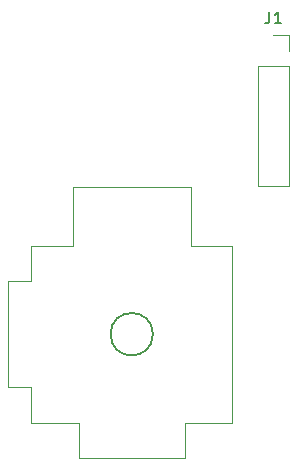
<source format=gbr>
%TF.GenerationSoftware,KiCad,Pcbnew,9.0.0*%
%TF.CreationDate,2025-04-04T15:09:20-04:00*%
%TF.ProjectId,left,6c656674-2e6b-4696-9361-645f70636258,rev?*%
%TF.SameCoordinates,Original*%
%TF.FileFunction,Legend,Top*%
%TF.FilePolarity,Positive*%
%FSLAX46Y46*%
G04 Gerber Fmt 4.6, Leading zero omitted, Abs format (unit mm)*
G04 Created by KiCad (PCBNEW 9.0.0) date 2025-04-04 15:09:20*
%MOMM*%
%LPD*%
G01*
G04 APERTURE LIST*
%ADD10C,0.150000*%
%ADD11C,0.120000*%
%ADD12C,0.100000*%
%ADD13C,0.200000*%
G04 APERTURE END LIST*
D10*
X161666666Y-62684819D02*
X161666666Y-63399104D01*
X161666666Y-63399104D02*
X161619047Y-63541961D01*
X161619047Y-63541961D02*
X161523809Y-63637200D01*
X161523809Y-63637200D02*
X161380952Y-63684819D01*
X161380952Y-63684819D02*
X161285714Y-63684819D01*
X162666666Y-63684819D02*
X162095238Y-63684819D01*
X162380952Y-63684819D02*
X162380952Y-62684819D01*
X162380952Y-62684819D02*
X162285714Y-62827676D01*
X162285714Y-62827676D02*
X162190476Y-62922914D01*
X162190476Y-62922914D02*
X162095238Y-62970533D01*
D11*
%TO.C,J1*%
X160670000Y-67270000D02*
X160670000Y-77490000D01*
X160670000Y-67270000D02*
X163330000Y-67270000D01*
X160670000Y-77490000D02*
X163330000Y-77490000D01*
X162000000Y-64670000D02*
X163330000Y-64670000D01*
X163330000Y-64670000D02*
X163330000Y-66000000D01*
X163330000Y-67270000D02*
X163330000Y-77490000D01*
D12*
%TO.C,U1*%
X139500000Y-85500000D02*
X139500000Y-94500000D01*
X139500000Y-94500000D02*
X141500000Y-94500000D01*
X141500000Y-82500000D02*
X141500000Y-85500000D01*
X141500000Y-85500000D02*
X139500000Y-85500000D01*
X141500000Y-94500000D02*
X141500000Y-97500000D01*
X141500000Y-97500000D02*
X145500000Y-97500000D01*
X145000000Y-82500000D02*
X141500000Y-82500000D01*
X145000000Y-82500000D02*
X145000000Y-77500000D01*
X145500000Y-97500000D02*
X145500000Y-100500000D01*
X145500000Y-100500000D02*
X154500000Y-100500000D01*
X154500000Y-97500000D02*
X158500000Y-97500000D01*
X154500000Y-100500000D02*
X154500000Y-97500000D01*
X155000000Y-77500000D02*
X145000000Y-77500000D01*
X155000000Y-82500000D02*
X155000000Y-77500000D01*
X158500000Y-82500000D02*
X155000000Y-82500000D01*
X158500000Y-97500000D02*
X158500000Y-82500000D01*
D13*
X151796034Y-90000000D02*
G75*
G02*
X148203966Y-90000000I-1796034J0D01*
G01*
X148203966Y-90000000D02*
G75*
G02*
X151796034Y-90000000I1796034J0D01*
G01*
%TD*%
M02*

</source>
